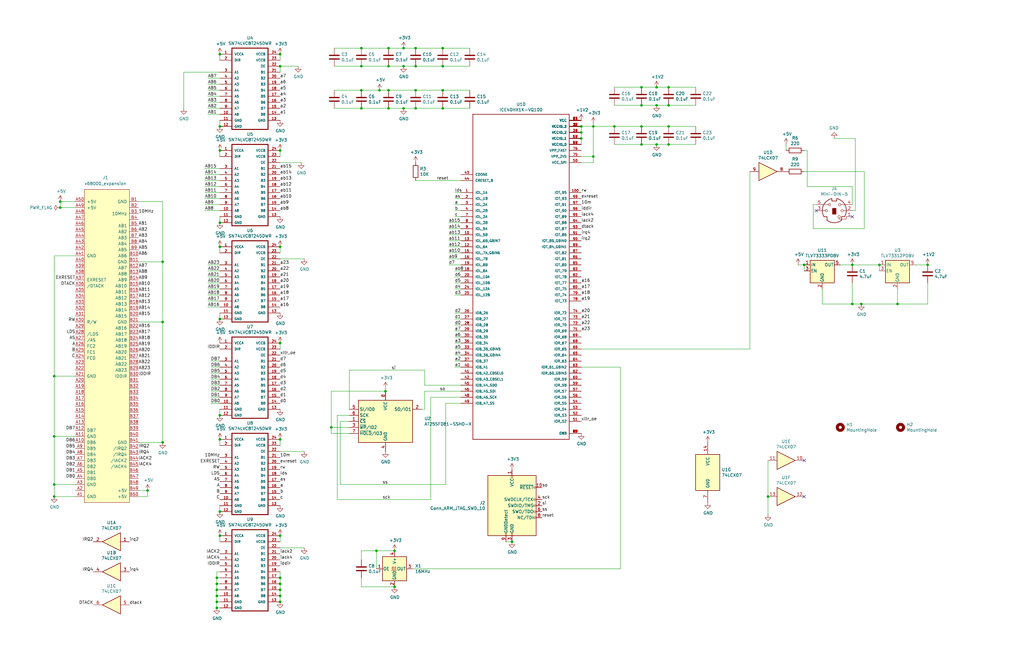
<source format=kicad_sch>
(kicad_sch (version 20211123) (generator eeschema)
  (paper "USLedger")
  (junction (at 281.94 36.83))
  (junction (at 160.02 38.1))
  (junction (at 175.26 27.94))
  (junction (at 186.69 45.72))
  (junction (at 323.85 209.55))
  (junction (at 270.51 60.96))
  (junction (at 163.83 38.1))
  (junction (at 91.44 254))
  (junction (at 91.44 251.46))
  (junction (at 186.69 27.94))
  (junction (at 118.11 254))
  (junction (at 175.26 38.1))
  (junction (at 22.86 158.75))
  (junction (at 92.71 93.98))
  (junction (at 270.51 53.34))
  (junction (at 91.44 256.54))
  (junction (at 163.83 27.94))
  (junction (at 163.83 45.72))
  (junction (at 22.86 184.15))
  (junction (at 22.86 204.47))
  (junction (at 118.11 27.94))
  (junction (at 25.4 85.09))
  (junction (at 276.86 36.83))
  (junction (at 91.44 248.92))
  (junction (at 250.19 66.04))
  (junction (at 250.19 53.34))
  (junction (at 22.86 209.55))
  (junction (at 170.18 45.72))
  (junction (at 186.69 20.32))
  (junction (at 163.83 20.32))
  (junction (at 62.23 207.01))
  (junction (at 245.11 58.42))
  (junction (at 186.69 38.1))
  (junction (at 245.11 53.34))
  (junction (at 270.51 36.83))
  (junction (at 370.84 111.76))
  (junction (at 68.58 110.49))
  (junction (at 118.11 246.38))
  (junction (at 152.4 27.94))
  (junction (at 118.11 251.46))
  (junction (at 391.16 111.76))
  (junction (at 175.26 45.72))
  (junction (at 170.18 27.94))
  (junction (at 363.22 128.27))
  (junction (at 170.18 20.32))
  (junction (at 339.09 111.76))
  (junction (at 92.71 226.06))
  (junction (at 175.26 20.32))
  (junction (at 152.4 20.32))
  (junction (at 91.44 246.38))
  (junction (at 281.94 44.45))
  (junction (at 68.58 135.89))
  (junction (at 166.37 247.65))
  (junction (at 152.4 45.72))
  (junction (at 118.11 185.42))
  (junction (at 139.7 180.34))
  (junction (at 118.11 226.06))
  (junction (at 259.08 53.34))
  (junction (at 166.37 232.41))
  (junction (at 281.94 60.96))
  (junction (at 118.11 63.5))
  (junction (at 378.46 128.27))
  (junction (at 276.86 60.96))
  (junction (at 158.75 232.41))
  (junction (at 245.11 55.88))
  (junction (at 25.4 87.63))
  (junction (at 118.11 22.86))
  (junction (at 92.71 104.14))
  (junction (at 92.71 175.26))
  (junction (at 281.94 53.34))
  (junction (at 92.71 63.5))
  (junction (at 118.11 243.84))
  (junction (at 92.71 134.62))
  (junction (at 215.9 228.6))
  (junction (at 118.11 144.78))
  (junction (at 92.71 185.42))
  (junction (at 92.71 215.9))
  (junction (at 118.11 248.92))
  (junction (at 270.51 44.45))
  (junction (at 162.56 165.1))
  (junction (at 152.4 38.1))
  (junction (at 91.44 243.84))
  (junction (at 359.41 128.27))
  (junction (at 92.71 22.86))
  (junction (at 118.11 104.14))
  (junction (at 359.41 111.76))
  (junction (at 276.86 44.45))
  (junction (at 68.58 186.69))
  (junction (at 92.71 53.34))
  (no_connect (at 339.09 194.31))
  (no_connect (at 339.09 209.55))
  (no_connect (at 359.41 91.44))
  (no_connect (at 344.17 88.9))
  (wire (pts (xy 31.75 87.63) (xy 25.4 87.63)))
  (wire (pts (xy 86.36 83.82) (xy 92.71 83.82)))
  (wire (pts (xy 194.31 139.7) (xy 191.77 139.7)))
  (wire (pts (xy 351.79 58.42) (xy 360.68 58.42)))
  (wire (pts (xy 359.41 78.74) (xy 359.41 86.36)))
  (wire (pts (xy 162.56 168.91) (xy 162.56 165.1)))
  (wire (pts (xy 245.11 53.34) (xy 250.19 53.34)))
  (wire (pts (xy 118.11 22.86) (xy 118.11 25.4)))
  (wire (pts (xy 125.73 27.94) (xy 118.11 27.94)))
  (wire (pts (xy 191.77 121.92) (xy 194.31 121.92)))
  (wire (pts (xy 281.94 53.34) (xy 293.37 53.34)))
  (wire (pts (xy 86.36 71.12) (xy 92.71 71.12)))
  (wire (pts (xy 118.11 68.58) (xy 127 68.58)))
  (wire (pts (xy 118.11 241.3) (xy 118.11 243.84)))
  (wire (pts (xy 87.63 119.38) (xy 92.71 119.38)))
  (wire (pts (xy 152.4 27.94) (xy 163.83 27.94)))
  (wire (pts (xy 194.31 149.86) (xy 191.77 149.86)))
  (wire (pts (xy 191.77 119.38) (xy 194.31 119.38)))
  (wire (pts (xy 189.23 96.52) (xy 194.31 96.52)))
  (wire (pts (xy 68.58 85.09) (xy 68.58 110.49)))
  (wire (pts (xy 140.97 45.72) (xy 152.4 45.72)))
  (wire (pts (xy 147.32 172.72) (xy 147.32 156.21)))
  (wire (pts (xy 92.71 25.4) (xy 92.71 22.86)))
  (wire (pts (xy 316.23 147.32) (xy 316.23 72.39)))
  (wire (pts (xy 191.77 132.08) (xy 194.31 132.08)))
  (wire (pts (xy 62.23 207.01) (xy 62.23 209.55)))
  (wire (pts (xy 250.19 66.04) (xy 250.19 53.34)))
  (wire (pts (xy 166.37 247.65) (xy 152.4 247.65)))
  (wire (pts (xy 186.69 27.94) (xy 198.12 27.94)))
  (wire (pts (xy 118.11 246.38) (xy 118.11 248.92)))
  (wire (pts (xy 189.23 101.6) (xy 194.31 101.6)))
  (wire (pts (xy 342.9 86.36) (xy 344.17 86.36)))
  (wire (pts (xy 163.83 45.72) (xy 170.18 45.72)))
  (wire (pts (xy 276.86 36.83) (xy 281.94 36.83)))
  (wire (pts (xy 22.86 184.15) (xy 22.86 158.75)))
  (wire (pts (xy 87.63 124.46) (xy 92.71 124.46)))
  (wire (pts (xy 191.77 124.46) (xy 194.31 124.46)))
  (wire (pts (xy 91.44 243.84) (xy 92.71 243.84)))
  (wire (pts (xy 191.77 152.4) (xy 194.31 152.4)))
  (wire (pts (xy 179.07 156.21) (xy 179.07 162.56)))
  (wire (pts (xy 187.96 204.47) (xy 187.96 170.18)))
  (wire (pts (xy 194.31 81.28) (xy 191.77 81.28)))
  (wire (pts (xy 378.46 121.92) (xy 378.46 128.27)))
  (wire (pts (xy 87.63 121.92) (xy 92.71 121.92)))
  (wire (pts (xy 147.32 175.26) (xy 142.24 175.26)))
  (wire (pts (xy 281.94 36.83) (xy 293.37 36.83)))
  (wire (pts (xy 323.85 209.55) (xy 323.85 217.17)))
  (wire (pts (xy 323.85 194.31) (xy 323.85 209.55)))
  (wire (pts (xy 191.77 88.9) (xy 194.31 88.9)))
  (wire (pts (xy 92.71 170.18) (xy 88.9 170.18)))
  (wire (pts (xy 245.11 53.34) (xy 245.11 55.88)))
  (wire (pts (xy 179.07 172.72) (xy 177.8 172.72)))
  (wire (pts (xy 342.9 96.52) (xy 364.49 96.52)))
  (wire (pts (xy 147.32 182.88) (xy 139.7 182.88)))
  (wire (pts (xy 92.71 48.26) (xy 87.63 48.26)))
  (wire (pts (xy 118.11 248.92) (xy 118.11 251.46)))
  (wire (pts (xy 281.94 44.45) (xy 293.37 44.45)))
  (wire (pts (xy 91.44 254) (xy 92.71 254)))
  (wire (pts (xy 91.44 251.46) (xy 91.44 254)))
  (wire (pts (xy 87.63 43.18) (xy 92.71 43.18)))
  (wire (pts (xy 181.61 210.82) (xy 181.61 167.64)))
  (wire (pts (xy 92.71 152.4) (xy 88.9 152.4)))
  (wire (pts (xy 118.11 63.5) (xy 118.11 66.04)))
  (wire (pts (xy 86.36 78.74) (xy 92.71 78.74)))
  (wire (pts (xy 22.86 158.75) (xy 31.75 158.75)))
  (wire (pts (xy 270.51 44.45) (xy 276.86 44.45)))
  (wire (pts (xy 259.08 36.83) (xy 270.51 36.83)))
  (wire (pts (xy 179.07 165.1) (xy 179.07 172.72)))
  (wire (pts (xy 152.4 45.72) (xy 163.83 45.72)))
  (wire (pts (xy 152.4 247.65) (xy 152.4 243.84)))
  (wire (pts (xy 58.42 207.01) (xy 62.23 207.01)))
  (wire (pts (xy 173.99 240.03) (xy 261.62 240.03)))
  (wire (pts (xy 250.19 53.34) (xy 250.19 52.07)))
  (wire (pts (xy 363.22 128.27) (xy 378.46 128.27)))
  (wire (pts (xy 118.11 243.84) (xy 118.11 246.38)))
  (wire (pts (xy 92.71 50.8) (xy 92.71 53.34)))
  (wire (pts (xy 31.75 209.55) (xy 22.86 209.55)))
  (wire (pts (xy 68.58 110.49) (xy 68.58 135.89)))
  (wire (pts (xy 22.86 107.95) (xy 31.75 107.95)))
  (wire (pts (xy 359.41 128.27) (xy 346.71 128.27)))
  (wire (pts (xy 186.69 38.1) (xy 198.12 38.1)))
  (wire (pts (xy 152.4 236.22) (xy 152.4 232.41)))
  (wire (pts (xy 91.44 248.92) (xy 91.44 251.46)))
  (wire (pts (xy 68.58 135.89) (xy 58.42 135.89)))
  (wire (pts (xy 118.11 144.78) (xy 118.11 147.32)))
  (wire (pts (xy 186.69 45.72) (xy 198.12 45.72)))
  (wire (pts (xy 370.84 114.3) (xy 370.84 111.76)))
  (wire (pts (xy 359.41 111.76) (xy 370.84 111.76)))
  (wire (pts (xy 245.11 58.42) (xy 245.11 60.96)))
  (wire (pts (xy 270.51 60.96) (xy 276.86 60.96)))
  (wire (pts (xy 191.77 114.3) (xy 194.31 114.3)))
  (wire (pts (xy 189.23 104.14) (xy 194.31 104.14)))
  (wire (pts (xy 87.63 35.56) (xy 92.71 35.56)))
  (wire (pts (xy 118.11 190.5) (xy 128.27 190.5)))
  (wire (pts (xy 187.96 170.18) (xy 194.31 170.18)))
  (wire (pts (xy 179.07 165.1) (xy 194.31 165.1)))
  (wire (pts (xy 194.31 154.94) (xy 191.77 154.94)))
  (wire (pts (xy 259.08 53.34) (xy 270.51 53.34)))
  (wire (pts (xy 118.11 226.06) (xy 118.11 228.6)))
  (wire (pts (xy 91.44 248.92) (xy 92.71 248.92)))
  (wire (pts (xy 147.32 156.21) (xy 179.07 156.21)))
  (wire (pts (xy 92.71 162.56) (xy 88.9 162.56)))
  (wire (pts (xy 331.47 60.96) (xy 331.47 63.5)))
  (wire (pts (xy 142.24 210.82) (xy 181.61 210.82)))
  (wire (pts (xy 189.23 99.06) (xy 194.31 99.06)))
  (wire (pts (xy 118.11 251.46) (xy 118.11 254)))
  (wire (pts (xy 25.4 85.09) (xy 31.75 85.09)))
  (wire (pts (xy 143.51 204.47) (xy 187.96 204.47)))
  (wire (pts (xy 175.26 38.1) (xy 186.69 38.1)))
  (wire (pts (xy 22.86 204.47) (xy 31.75 204.47)))
  (wire (pts (xy 386.08 111.76) (xy 391.16 111.76)))
  (wire (pts (xy 118.11 185.42) (xy 118.11 187.96)))
  (wire (pts (xy 92.71 132.08) (xy 92.71 134.62)))
  (wire (pts (xy 276.86 60.96) (xy 281.94 60.96)))
  (wire (pts (xy 142.24 175.26) (xy 142.24 210.82)))
  (wire (pts (xy 92.71 167.64) (xy 88.9 167.64)))
  (wire (pts (xy 118.11 104.14) (xy 118.11 106.68)))
  (wire (pts (xy 175.26 27.94) (xy 186.69 27.94)))
  (wire (pts (xy 191.77 91.44) (xy 194.31 91.44)))
  (wire (pts (xy 194.31 106.68) (xy 189.23 106.68)))
  (wire (pts (xy 139.7 182.88) (xy 139.7 180.34)))
  (wire (pts (xy 87.63 40.64) (xy 92.71 40.64)))
  (wire (pts (xy 191.77 116.84) (xy 194.31 116.84)))
  (wire (pts (xy 147.32 177.8) (xy 143.51 177.8)))
  (wire (pts (xy 87.63 111.76) (xy 92.71 111.76)))
  (wire (pts (xy 160.02 38.1) (xy 163.83 38.1)))
  (wire (pts (xy 162.56 165.1) (xy 139.7 165.1)))
  (wire (pts (xy 87.63 127) (xy 92.71 127)))
  (wire (pts (xy 170.18 20.32) (xy 175.26 20.32)))
  (wire (pts (xy 245.11 55.88) (xy 245.11 58.42)))
  (wire (pts (xy 281.94 60.96) (xy 293.37 60.96)))
  (wire (pts (xy 340.36 63.5) (xy 340.36 78.74)))
  (wire (pts (xy 339.09 72.39) (xy 364.49 72.39)))
  (wire (pts (xy 261.62 240.03) (xy 261.62 154.94)))
  (wire (pts (xy 91.44 246.38) (xy 91.44 248.92)))
  (wire (pts (xy 140.97 20.32) (xy 152.4 20.32)))
  (wire (pts (xy 91.44 254) (xy 91.44 256.54)))
  (wire (pts (xy 194.31 111.76) (xy 189.23 111.76)))
  (wire (pts (xy 270.51 53.34) (xy 281.94 53.34)))
  (wire (pts (xy 92.71 187.96) (xy 92.71 185.42)))
  (wire (pts (xy 88.9 157.48) (xy 92.71 157.48)))
  (wire (pts (xy 245.11 66.04) (xy 250.19 66.04)))
  (wire (pts (xy 87.63 38.1) (xy 92.71 38.1)))
  (wire (pts (xy 92.71 241.3) (xy 91.44 241.3)))
  (wire (pts (xy 92.71 213.36) (xy 92.71 215.9)))
  (wire (pts (xy 170.18 27.94) (xy 175.26 27.94)))
  (wire (pts (xy 86.36 76.2) (xy 92.71 76.2)))
  (wire (pts (xy 276.86 44.45) (xy 281.94 44.45)))
  (wire (pts (xy 58.42 85.09) (xy 68.58 85.09)))
  (wire (pts (xy 163.83 38.1) (xy 175.26 38.1)))
  (wire (pts (xy 22.86 209.55) (xy 22.86 204.47)))
  (wire (pts (xy 91.44 246.38) (xy 92.71 246.38)))
  (wire (pts (xy 213.36 228.6) (xy 215.9 228.6)))
  (wire (pts (xy 342.9 96.52) (xy 342.9 86.36)))
  (wire (pts (xy 261.62 154.94) (xy 245.11 154.94)))
  (wire (pts (xy 92.71 66.04) (xy 92.71 63.5)))
  (wire (pts (xy 158.75 240.03) (xy 158.75 232.41)))
  (wire (pts (xy 359.41 119.38) (xy 359.41 128.27)))
  (wire (pts (xy 86.36 73.66) (xy 92.71 73.66)))
  (wire (pts (xy 364.49 72.39) (xy 364.49 96.52)))
  (wire (pts (xy 340.36 78.74) (xy 359.41 78.74)))
  (wire (pts (xy 86.36 88.9) (xy 92.71 88.9)))
  (wire (pts (xy 86.36 86.36) (xy 92.71 86.36)))
  (wire (pts (xy 170.18 45.72) (xy 175.26 45.72)))
  (wire (pts (xy 191.77 137.16) (xy 194.31 137.16)))
  (wire (pts (xy 152.4 20.32) (xy 163.83 20.32)))
  (wire (pts (xy 250.19 68.58) (xy 250.19 66.04)))
  (wire (pts (xy 189.23 109.22) (xy 194.31 109.22)))
  (wire (pts (xy 158.75 232.41) (xy 166.37 232.41)))
  (wire (pts (xy 87.63 129.54) (xy 92.71 129.54)))
  (wire (pts (xy 92.71 172.72) (xy 92.71 175.26)))
  (wire (pts (xy 162.56 163.83) (xy 162.56 165.1)))
  (wire (pts (xy 360.68 88.9) (xy 360.68 58.42)))
  (wire (pts (xy 191.77 147.32) (xy 194.31 147.32)))
  (wire (pts (xy 245.11 68.58) (xy 250.19 68.58)))
  (wire (pts (xy 86.36 81.28) (xy 92.71 81.28)))
  (wire (pts (xy 62.23 209.55) (xy 58.42 209.55)))
  (wire (pts (xy 191.77 142.24) (xy 194.31 142.24)))
  (wire (pts (xy 363.22 128.27) (xy 359.41 128.27)))
  (wire (pts (xy 118.11 30.48) (xy 118.11 27.94)))
  (wire (pts (xy 58.42 186.69) (xy 68.58 186.69)))
  (wire (pts (xy 152.4 232.41) (xy 158.75 232.41)))
  (wire (pts (xy 181.61 167.64) (xy 194.31 167.64)))
  (wire (pts (xy 175.26 45.72) (xy 186.69 45.72)))
  (wire (pts (xy 22.86 184.15) (xy 31.75 184.15)))
  (wire (pts (xy 92.71 106.68) (xy 92.71 104.14)))
  (wire (pts (xy 336.55 111.76) (xy 339.09 111.76)))
  (wire (pts (xy 378.46 128.27) (xy 391.16 128.27)))
  (wire (pts (xy 92.71 154.94) (xy 88.9 154.94)))
  (wire (pts (xy 245.11 147.32) (xy 316.23 147.32)))
  (wire (pts (xy 354.33 111.76) (xy 359.41 111.76)))
  (wire (pts (xy 87.63 33.02) (xy 92.71 33.02)))
  (wire (pts (xy 91.44 256.54) (xy 92.71 256.54)))
  (wire (pts (xy 339.09 63.5) (xy 340.36 63.5)))
  (wire (pts (xy 25.4 87.63) (xy 25.4 85.09)))
  (wire (pts (xy 87.63 45.72) (xy 92.71 45.72)))
  (wire (pts (xy 179.07 162.56) (xy 194.31 162.56)))
  (wire (pts (xy 91.44 243.84) (xy 91.44 246.38)))
  (wire (pts (xy 175.26 20.32) (xy 186.69 20.32)))
  (wire (pts (xy 91.44 241.3) (xy 91.44 243.84)))
  (wire (pts (xy 92.71 91.44) (xy 92.71 93.98)))
  (wire (pts (xy 191.77 86.36) (xy 194.31 86.36)))
  (wire (pts (xy 259.08 44.45) (xy 270.51 44.45)))
  (wire (pts (xy 140.97 27.94) (xy 152.4 27.94)))
  (wire (pts (xy 68.58 110.49) (xy 58.42 110.49)))
  (wire (pts (xy 92.71 165.1) (xy 88.9 165.1)))
  (wire (pts (xy 139.7 180.34) (xy 147.32 180.34)))
  (wire (pts (xy 87.63 116.84) (xy 92.71 116.84)))
  (wire (pts (xy 77.47 30.48) (xy 92.71 30.48)))
  (wire (pts (xy 163.83 27.94) (xy 170.18 27.94)))
  (wire (pts (xy 194.31 76.2) (xy 175.26 76.2)))
  (wire (pts (xy 163.83 20.32) (xy 170.18 20.32)))
  (wire (pts (xy 143.51 177.8) (xy 143.51 204.47)))
  (wire (pts (xy 189.23 93.98) (xy 194.31 93.98)))
  (wire (pts (xy 22.86 158.75) (xy 22.86 107.95)))
  (wire (pts (xy 92.71 160.02) (xy 88.9 160.02)))
  (wire (pts (xy 118.11 109.22) (xy 128.27 109.22)))
  (wire (pts (xy 194.31 83.82) (xy 191.77 83.82)))
  (wire (pts (xy 118.11 231.14) (xy 128.27 231.14)))
  (wire (pts (xy 91.44 251.46) (xy 92.71 251.46)))
  (wire (pts (xy 346.71 128.27) (xy 346.71 121.92)))
  (wire (pts (xy 194.31 144.78) (xy 191.77 144.78)))
  (wire (pts (xy 152.4 38.1) (xy 160.02 38.1)))
  (wire (pts (xy 22.86 204.47) (xy 22.86 184.15)))
  (wire (pts (xy 391.16 119.38) (xy 391.16 128.27)))
  (wire (pts (xy 359.41 88.9) (xy 360.68 88.9)))
  (wire (pts (xy 259.08 60.96) (xy 270.51 60.96)))
  (wire (pts (xy 250.19 53.34) (xy 259.08 53.34)))
  (wire (pts (xy 186.69 20.32) (xy 198.12 20.32)))
  (wire (pts (xy 194.31 134.62) (xy 191.77 134.62)))
  (wire (pts (xy 139.7 165.1) (xy 139.7 180.34)))
  (wire (pts (xy 87.63 114.3) (xy 92.71 114.3)))
  (wire (pts (xy 270.51 36.83) (xy 276.86 36.83)))
  (wire (pts (xy 77.47 45.72) (xy 77.47 30.48)))
  (wire (pts (xy 140.97 38.1) (xy 152.4 38.1)))
  (wire (pts (xy 92.71 228.6) (xy 92.71 226.06)))
  (wire (pts (xy 68.58 186.69) (xy 68.58 135.89)))
  (wire (pts (xy 339.09 114.3) (xy 339.09 111.76)))
  (label "EXRESET" (at 31.75 118.11 180))
  (label "AB18" (at 87.63 124.46 0))
  (label "a20" (at 118.11 119.38 0))
  (label "irq4" (at 245.11 99.06 0))
  (label "IRQ4" (at 39.37 241.3 180))
  (label "IRQ2" (at 39.37 228.6 180))
  (label "AB20" (at 58.42 148.59 0))
  (label "DB3" (at 88.9 162.56 0))
  (label "A" (at 31.75 146.05 180))
  (label "IDDIR" (at 58.42 158.75 0))
  (label "reset" (at 184.15 76.2 0))
  (label "AB2" (at 58.42 97.79 0))
  (label "DB4" (at 31.75 191.77 180))
  (label "AB12" (at 58.42 125.73 0))
  (label "B" (at 31.75 148.59 180))
  (label "AB19" (at 58.42 146.05 0))
  (label "a17" (at 245.11 121.92 0))
  (label "IDDIR" (at 92.71 238.76 180))
  (label "b" (at 118.11 208.28 0))
  (label "AB4" (at 58.42 102.87 0))
  (label "DB0" (at 88.9 170.18 0))
  (label "AB11" (at 58.42 123.19 0))
  (label "iddir" (at 245.11 88.9 0))
  (label "a23" (at 245.11 139.7 0))
  (label "AB5" (at 87.63 38.1 0))
  (label "d7" (at 118.11 152.4 0))
  (label "ss" (at 228.6 215.9 0))
  (label "lds" (at 118.11 200.66 0))
  (label "AS" (at 31.75 143.51 180))
  (label "ab13" (at 118.11 76.2 0))
  (label "AB16" (at 58.42 138.43 0))
  (label "iddir" (at 118.11 238.76 0))
  (label "a" (at 118.11 205.74 0))
  (label "so" (at 185.42 165.1 0))
  (label "AB3" (at 87.63 43.18 0))
  (label "a16" (at 245.11 119.38 0))
  (label "a23" (at 118.11 111.76 0))
  (label "AB11" (at 86.36 81.28 0))
  (label "AB18" (at 58.42 143.51 0))
  (label "a21" (at 245.11 134.62 0))
  (label "si" (at 228.6 213.36 0))
  (label "DB2" (at 88.9 165.1 0))
  (label "AB23" (at 58.42 156.21 0))
  (label "AB19" (at 87.63 121.92 0))
  (label "AB15" (at 86.36 71.12 0))
  (label "a19" (at 245.11 127 0))
  (label "10MHz" (at 58.42 90.17 0))
  (label "10m" (at 245.11 86.36 0))
  (label "ab9" (at 189.23 109.22 0))
  (label "AB3" (at 58.42 100.33 0))
  (label "AB14" (at 86.36 73.66 0))
  (label "d7" (at 189.23 111.76 0))
  (label "DB7" (at 88.9 152.4 0))
  (label "exreset" (at 245.11 83.82 0))
  (label "LDS" (at 92.71 200.66 180))
  (label "DB2" (at 31.75 196.85 180))
  (label "IACK2" (at 58.42 194.31 0))
  (label "b" (at 191.77 88.9 0))
  (label "ab12" (at 189.23 104.14 0))
  (label "ab14" (at 189.23 96.52 0))
  (label "a17" (at 118.11 127 0))
  (label "AB13" (at 86.36 76.2 0))
  (label "AB14" (at 58.42 130.81 0))
  (label "AB8" (at 58.42 115.57 0))
  (label "LDS" (at 31.75 140.97 180))
  (label "a7" (at 191.77 139.7 0))
  (label "DB6" (at 31.75 186.69 180))
  (label "a4" (at 118.11 40.64 0))
  (label "lds" (at 191.77 81.28 0))
  (label "d6" (at 191.77 116.84 0))
  (label "a4" (at 191.77 149.86 0))
  (label "AB4" (at 87.63 40.64 0))
  (label "a19" (at 118.11 121.92 0))
  (label "RW" (at 31.75 135.89 180))
  (label "a7" (at 118.11 33.02 0))
  (label "irq2" (at 245.11 101.6 0))
  (label "ab10" (at 189.23 106.68 0))
  (label "d3" (at 118.11 162.56 0))
  (label "ab15" (at 118.11 71.12 0))
  (label "AB13" (at 58.42 128.27 0))
  (label "a" (at 191.77 86.36 0))
  (label "a2" (at 191.77 152.4 0))
  (label "iack2" (at 245.11 93.98 0))
  (label "ab15" (at 189.23 93.98 0))
  (label "irq4" (at 54.61 241.3 0))
  (label "dtack" (at 245.11 96.52 0))
  (label "c" (at 191.77 91.44 0))
  (label "IDDIR" (at 92.71 147.32 180))
  (label "d4" (at 118.11 160.02 0))
  (label "AB21" (at 87.63 116.84 0))
  (label "AB1" (at 87.63 48.26 0))
  (label "DB0" (at 31.75 201.93 180))
  (label "d0" (at 118.11 170.18 0))
  (label "DB5" (at 31.75 189.23 180))
  (label "AB1" (at 58.42 95.25 0))
  (label "ab8" (at 118.11 88.9 0))
  (label "AB9" (at 58.42 118.11 0))
  (label "ab12" (at 118.11 78.74 0))
  (label "d4" (at 191.77 121.92 0))
  (label "AB23" (at 87.63 111.76 0))
  (label "ab10" (at 118.11 83.82 0))
  (label "a3" (at 191.77 144.78 0))
  (label "a6" (at 118.11 35.56 0))
  (label "AB10" (at 86.36 83.82 0))
  (label "C" (at 31.75 151.13 180))
  (label "reset" (at 228.6 218.44 0))
  (label "ab9" (at 118.11 86.36 0))
  (label "AB16" (at 87.63 129.54 0))
  (label "xltr_oe" (at 245.11 177.8 0))
  (label "AB12" (at 86.36 78.74 0))
  (label "rw" (at 118.11 198.12 0))
  (label "a21" (at 118.11 116.84 0))
  (label "d3" (at 191.77 124.46 0))
  (label "ab11" (at 189.23 101.6 0))
  (label "DB6" (at 88.9 154.94 0))
  (label "sck" (at 228.6 210.82 0))
  (label "a18" (at 118.11 124.46 0))
  (label "10MHz" (at 92.71 193.04 180))
  (label "iack2" (at 118.11 233.68 0))
  (label "10m" (at 118.11 193.04 0))
  (label "as" (at 191.77 83.82 0))
  (label "iack4" (at 118.11 236.22 0))
  (label "IRQ2" (at 58.42 189.23 0))
  (label "IRQ4" (at 58.42 191.77 0))
  (label "a1" (at 191.77 154.94 0))
  (label "DTACK" (at 39.37 255.27 180))
  (label "IACK2" (at 92.71 233.68 180))
  (label "DB4" (at 88.9 160.02 0))
  (label "DB5" (at 88.9 157.48 0))
  (label "a2" (at 118.11 45.72 0))
  (label "xltr_oe" (at 118.11 149.86 0))
  (label "d5" (at 118.11 157.48 0))
  (label "exreset" (at 118.11 195.58 0))
  (label "irq2" (at 54.61 228.6 0))
  (label "AB22" (at 87.63 114.3 0))
  (label "ab14" (at 118.11 73.66 0))
  (label "a16" (at 118.11 129.54 0))
  (label "AB15" (at 58.42 133.35 0))
  (label "a6" (at 191.77 142.24 0))
  (label "DB1" (at 88.9 167.64 0))
  (label "AB6" (at 58.42 107.95 0))
  (label "DTACK" (at 31.75 120.65 180))
  (label "d2" (at 118.11 165.1 0))
  (label "AB9" (at 86.36 86.36 0))
  (label "B" (at 92.71 208.28 180))
  (label "AB5" (at 58.42 105.41 0))
  (label "d1" (at 118.11 167.64 0))
  (label "AB8" (at 86.36 88.9 0))
  (label "DB7" (at 31.75 181.61 180))
  (label "DB3" (at 31.75 194.31 180))
  (label "si" (at 165.1 156.21 0))
  (label "RW" (at 92.71 198.12 180))
  (label "d2" (at 191.77 132.08 0))
  (label "iack4" (at 245.11 91.44 0))
  (label "C" (at 92.71 210.82 180))
  (label "c" (at 118.11 210.82 0))
  (label "AB22" (at 58.42 153.67 0))
  (label "AB17" (at 87.63 127 0))
  (label "IACK4" (at 92.71 236.22 180))
  (label "AB17" (at 58.42 140.97 0))
  (label "dtack" (at 54.61 255.27 0))
  (label "a5" (at 118.11 38.1 0))
  (label "AB7" (at 87.63 33.02 0))
  (label "a5" (at 191.77 147.32 0))
  (label "AB6" (at 87.63 35.56 0))
  (label "d0" (at 191.77 137.16 0))
  (label "ss" (at 161.29 204.47 0))
  (label "a22" (at 118.11 114.3 0))
  (label "a18" (at 245.11 124.46 0))
  (label "d5" (at 191.77 119.38 0))
  (label "AS" (at 92.71 203.2 180))
  (label "a22" (at 245.11 137.16 0))
  (label "sck" (at 161.29 210.82 0))
  (label "so" (at 228.6 205.74 0))
  (label "ab8" (at 191.77 114.3 0))
  (label "ab13" (at 189.23 99.06 0))
  (label "EXRESET" (at 92.71 195.58 180))
  (label "a20" (at 245.11 132.08 0))
  (label "AB21" (at 58.42 151.13 0))
  (label "d1" (at 191.77 134.62 0))
  (label "rw" (at 245.11 81.28 0))
  (label "as" (at 118.11 203.2 0))
  (label "AB2" (at 87.63 45.72 0))
  (label "a3" (at 118.11 43.18 0))
  (label "IACK4" (at 58.42 196.85 0))
  (label "A" (at 92.71 205.74 180))
  (label "ab11" (at 118.11 81.28 0))
  (label "AB10" (at 58.42 120.65 0))
  (label "d6" (at 118.11 154.94 0))
  (label "a1" (at 118.11 48.26 0))
  (label "DB1" (at 31.75 199.39 180))
  (label "AB20" (at 87.63 119.38 0))
  (label "AB7" (at 58.42 113.03 0))
  (symbol (lib_id "midiori-rescue:x68000_expansion-x68k-midiori-rescue-midiori-rescue") (at 54.61 -26.67 0) (unit 1)
    (property "Reference" "J1" (at 44.45 74.93 0))
    (property "Value" "x68000_expansion" (at 44.45 77.47 0))
    (property "Footprint" "x68k:x68000_expansion" (effects hide))
  )
  (symbol (lib_id "power:+5V") (at 62.23 207.01 0) (unit 1)
    (property "Reference" "#PWR0101" (effects hide))
    (property "Value" "+5V" (at 62.611 202.6158 0))
  )
  (symbol (lib_id "power:+5V") (at 25.4 85.09 0) (unit 1)
    (property "Reference" "#PWR0102" (effects hide))
    (property "Value" "+5V" (at 25.781 80.6958 0))
  )
  (symbol (lib_id "power:GND") (at 68.58 186.69 0) (unit 1)
    (property "Reference" "#PWR0103" (effects hide))
    (property "Value" "GND" (at 68.707 191.0842 0))
  )
  (symbol (lib_id "power:GND") (at 22.86 209.55 0) (unit 1)
    (property "Reference" "#PWR0104" (effects hide))
    (property "Value" "GND" (at 22.987 213.9442 0))
  )
  (symbol (lib_id "midiori-rescue:SG5032CAN-x68k-midiori-rescue-midiori-rescue") (at 166.37 240.03 0) (unit 1)
    (property "Reference" "X1" (at 175.0314 238.8616 0) (effects (justify left)))
    (property "Value" "16MHz" (at 175.0314 241.173 0) (effects (justify left)))
    (property "Footprint" "Oscillator:Oscillator_SMD_SeikoEpson_SG8002CA-4Pin_7.0x5.0mm" (effects hide))
    (property "Datasheet" "http://cdn-reichelt.de/documents/datenblatt/B400/OSZI.pdf" (effects hide))
    (property "LCSC Part" "C386990" (effects hide))
  )
  (symbol (lib_id "power:GND") (at 166.37 247.65 0) (unit 1)
    (property "Reference" "#PWR0122" (effects hide))
    (property "Value" "GND" (at 166.497 252.0442 0))
  )
  (symbol (lib_id "power:GND") (at 351.79 58.42 180) (unit 1)
    (property "Reference" "#PWR0125" (effects hide))
    (property "Value" "GND" (at 351.663 54.0258 0))
  )
  (symbol (lib_id "Device:R") (at 335.28 63.5 90) (unit 1)
    (property "Reference" "R6" (at 335.28 58.2422 90))
    (property "Value" "220" (at 335.28 60.5536 90))
    (property "Footprint" "Resistor_SMD:R_0805_2012Metric_Pad1.15x1.40mm_HandSolder" (effects hide))
    (property "LCSC Part" "C17557" (effects hide))
  )
  (symbol (lib_id "power:+5V") (at 331.47 60.96 0) (unit 1)
    (property "Reference" "#PWR0128" (effects hide))
    (property "Value" "+5V" (at 331.851 56.5658 0))
  )
  (symbol (lib_id "Device:R") (at 335.28 72.39 270) (unit 1)
    (property "Reference" "R9" (at 335.28 67.1322 90))
    (property "Value" "220" (at 335.28 69.4436 90))
    (property "Footprint" "Resistor_SMD:R_0805_2012Metric_Pad1.15x1.40mm_HandSolder" (effects hide))
    (property "LCSC Part" "C17557" (effects hide))
  )
  (symbol (lib_id "Device:C") (at 152.4 240.03 0) (unit 1)
    (property "Reference" "C8" (at 155.321 238.8616 0) (effects (justify left)))
    (property "Value" "0.1uF" (at 155.321 241.173 0) (effects (justify left)))
    (property "Footprint" "Capacitor_SMD:C_0805_2012Metric" (effects hide))
    (property "LCSC Part" "C49678" (effects hide))
  )
  (symbol (lib_id "midiori-rescue:SN74LVC8T245DWR-SN74LVC8T245DWR-midiori-rescue-midiori-rescue") (at 115.57 40.64 0) (unit 1)
    (property "Reference" "U4" (at 105.41 16.002 0))
    (property "Value" "SN74LVC8T245DWR" (at 105.41 18.3134 0))
    (property "Footprint" "Package_SO:SOIC-24W_7.5x15.4mm_P1.27mm" (effects hide))
    (property "Field4" "Texas Instruments" (effects hide))
    (property "Field5" "Good" (effects hide))
    (property "Field6" "0.61 USD" (effects hide))
    (property "Field7" "SN74LVC8T245DWR" (effects hide))
    (property "Field8" "8-Bit Dual-Supply Bus Transceiver with Configurable Voltage Translation and Three-State Outputs 24-SOIC -40 to 85" (effects hide))
    (property "LCSC Part" "C2677350" (effects hide))
  )
  (symbol (lib_id "midiori-rescue:SN74LVC8T245DWR-SN74LVC8T245DWR-midiori-rescue-midiori-rescue") (at 115.57 81.28 0) (unit 1)
    (property "Reference" "U5" (at 105.41 56.642 0))
    (property "Value" "SN74LVC8T245DWR" (at 105.41 58.9534 0))
    (property "Footprint" "Package_SO:SOIC-24W_7.5x15.4mm_P1.27mm" (effects hide))
    (property "Field4" "Texas Instruments" (effects hide))
    (property "Field5" "Good" (effects hide))
    (property "Field6" "0.61 USD" (effects hide))
    (property "Field7" "SN74LVC8T245DWR" (effects hide))
    (property "Field8" "8-Bit Dual-Supply Bus Transceiver with Configurable Voltage Translation and Three-State Outputs 24-SOIC -40 to 85" (effects hide))
    (property "LCSC Part" "C2677350" (effects hide))
  )
  (symbol (lib_id "midiori-rescue:SN74LVC8T245DWR-SN74LVC8T245DWR-midiori-rescue-midiori-rescue") (at 115.57 121.92 0) (unit 1)
    (property "Reference" "U6" (at 105.41 97.282 0))
    (property "Value" "SN74LVC8T245DWR" (at 105.41 99.5934 0))
    (property "Footprint" "Package_SO:SOIC-24W_7.5x15.4mm_P1.27mm" (effects hide))
    (property "Field4" "Texas Instruments" (effects hide))
    (property "Field5" "Good" (effects hide))
    (property "Field6" "0.61 USD" (effects hide))
    (property "Field7" "SN74LVC8T245DWR" (effects hide))
    (property "Field8" "8-Bit Dual-Supply Bus Transceiver with Configurable Voltage Translation and Three-State Outputs 24-SOIC -40 to 85" (effects hide))
    (property "LCSC Part" "C2677350" (effects hide))
  )
  (symbol (lib_id "midiori-rescue:SN74LVC8T245DWR-SN74LVC8T245DWR-midiori-rescue-midiori-rescue") (at 115.57 162.56 0) (unit 1)
    (property "Reference" "U7" (at 105.41 137.922 0))
    (property "Value" "SN74LVC8T245DWR" (at 105.41 140.2334 0))
    (property "Footprint" "Package_SO:SOIC-24W_7.5x15.4mm_P1.27mm" (effects hide))
    (property "Field4" "Texas Instruments" (effects hide))
    (property "Field5" "Good" (effects hide))
    (property "Field6" "0.61 USD" (effects hide))
    (property "Field7" "SN74LVC8T245DWR" (effects hide))
    (property "Field8" "8-Bit Dual-Supply Bus Transceiver with Configurable Voltage Translation and Three-State Outputs 24-SOIC -40 to 85" (effects hide))
    (property "LCSC Part" "C2677350" (effects hide))
  )
  (symbol (lib_id "74xx:74LCX07") (at 46.99 228.6 180) (unit 1)
    (property "Reference" "U1" (at 46.99 220.5482 0))
    (property "Value" "74LCX07" (at 46.99 222.8596 0))
    (property "Footprint" "Package_SO:TSSOP-14_4.4x5mm_P0.65mm" (effects hide))
    (property "Datasheet" "www.st.com/resource/en/datasheet/74lcx07.pdf" (effects hide))
    (property "LCSC Part" "C6006" (effects hide))
  )
  (symbol (lib_id "midiori-rescue:SN74LVC8T245DWR-SN74LVC8T245DWR-midiori-rescue-midiori-rescue") (at 115.57 203.2 0) (unit 1)
    (property "Reference" "U8" (at 105.41 178.562 0))
    (property "Value" "SN74LVC8T245DWR" (at 105.41 180.8734 0))
    (property "Footprint" "Package_SO:SOIC-24W_7.5x15.4mm_P1.27mm" (effects hide))
    (property "Field4" "Texas Instruments" (effects hide))
    (property "Field5" "Good" (effects hide))
    (property "Field6" "0.61 USD" (effects hide))
    (property "Field7" "SN74LVC8T245DWR" (effects hide))
    (property "Field8" "8-Bit Dual-Supply Bus Transceiver with Configurable Voltage Translation and Three-State Outputs 24-SOIC -40 to 85" (effects hide))
    (property "LCSC Part" "C2677350" (effects hide))
  )
  (symbol (lib_id "midiori-rescue:SN74LVC8T245DWR-SN74LVC8T245DWR-midiori-rescue-midiori-rescue") (at 115.57 243.84 0) (unit 1)
    (property "Reference" "U9" (at 105.41 219.202 0))
    (property "Value" "SN74LVC8T245DWR" (at 105.41 221.5134 0))
    (property "Footprint" "Package_SO:SOIC-24W_7.5x15.4mm_P1.27mm" (effects hide))
    (property "Field4" "Texas Instruments" (effects hide))
    (property "Field5" "Good" (effects hide))
    (property "Field6" "0.61 USD" (effects hide))
    (property "Field7" "SN74LVC8T245DWR" (effects hide))
    (property "Field8" "8-Bit Dual-Supply Bus Transceiver with Configurable Voltage Translation and Three-State Outputs 24-SOIC -40 to 85" (effects hide))
    (property "LCSC Part" "C2677350" (effects hide))
  )
  (symbol (lib_id "midiori-rescue:ICE40HX1K-VQ100-ICE40HX1K-VQ100-midiori-rescue-midiori-rescue") (at 219.71 116.84 0) (unit 1)
    (property "Reference" "U10" (at 219.71 44.0182 0))
    (property "Value" "ICE40HX1K-VQ100" (at 219.71 46.3296 0))
    (property "Footprint" "ICE40HX1K-VQ100:QFP50P1600X1600X120-100N" (effects hide))
    (property "Field4" "Warning" (effects hide))
    (property "Field5" "HX Series 1280 LUTs 95 I/O 64 kBit RAM 1.2 V Surface Mount FPGA - VQFP-100" (effects hide))
    (property "Field6" "3.77 USD" (effects hide))
    (property "Field7" "TQFP-100 Lattice Semiconductor" (effects hide))
    (property "Field8" "ICE40HX1K-VQ100" (effects hide))
    (property "LCSC Part" "C1519043" (effects hide))
  )
  (symbol (lib_id "74xx:74LCX07") (at 46.99 241.3 180) (unit 2)
    (property "Reference" "U1" (at 46.99 233.2482 0))
    (property "Value" "74LCX07" (at 46.99 235.5596 0))
    (property "Footprint" "Package_SO:TSSOP-14_4.4x5mm_P0.65mm" (effects hide))
    (property "Datasheet" "www.st.com/resource/en/datasheet/74lcx07.pdf" (effects hide))
    (property "LCSC Part" "C6006" (effects hide))
  )
  (symbol (lib_id "74xx:74LCX07") (at 46.99 255.27 180) (unit 3)
    (property "Reference" "U1" (at 46.99 247.2182 0))
    (property "Value" "74LCX07" (at 46.99 249.5296 0))
    (property "Footprint" "Package_SO:TSSOP-14_4.4x5mm_P0.65mm" (effects hide))
    (property "Datasheet" "www.st.com/resource/en/datasheet/74lcx07.pdf" (effects hide))
    (property "LCSC Part" "C6006" (effects hide))
  )
  (symbol (lib_id "74xx:74LCX07") (at 323.85 72.39 0) (unit 4)
    (property "Reference" "U1" (at 323.85 64.3382 0))
    (property "Value" "74LCX07" (at 323.85 66.6496 0))
    (property "Footprint" "Package_SO:TSSOP-14_4.4x5mm_P0.65mm" (effects hide))
    (property "Datasheet" "www.st.com/resource/en/datasheet/74lcx07.pdf" (effects hide))
    (property "LCSC Part" "C6006" (effects hide))
  )
  (symbol (lib_id "Mechanical:MountingHole") (at 354.33 180.34 0) (unit 1)
    (property "Reference" "H1" (at 356.87 179.1716 0) (effects (justify left)))
    (property "Value" "MountingHole" (at 356.87 181.483 0) (effects (justify left)))
    (property "Footprint" "MountingHole:MountingHole_3.2mm_M3_Pad" (effects hide))
  )
  (symbol (lib_id "Mechanical:MountingHole") (at 379.73 180.34 0) (unit 1)
    (property "Reference" "H2" (at 382.27 179.1716 0) (effects (justify left)))
    (property "Value" "MountingHole" (at 382.27 181.483 0) (effects (justify left)))
    (property "Footprint" "MountingHole:MountingHole_3.2mm_M3_Pad" (effects hide))
  )
  (symbol (lib_id "power:GND") (at 245.11 182.88 0) (unit 1)
    (property "Reference" "#PWR0105" (effects hide))
    (property "Value" "GND" (at 245.237 187.2742 0))
  )
  (symbol (lib_id "power:GND") (at 363.22 128.27 0) (unit 1)
    (property "Reference" "#PWR0151" (effects hide))
    (property "Value" "GND" (at 363.347 132.6642 0))
  )
  (symbol (lib_id "power:+1V2") (at 245.11 50.8 0) (unit 1)
    (property "Reference" "#PWR0106" (effects hide))
    (property "Value" "+1V2" (at 245.491 46.4058 0))
  )
  (symbol (lib_id "power:+3V3") (at 250.19 52.07 0) (unit 1)
    (property "Reference" "#PWR0107" (effects hide))
    (property "Value" "+3V3" (at 250.571 47.6758 0))
  )
  (symbol (lib_id "Device:C") (at 359.41 115.57 0) (unit 1)
    (property "Reference" "C1" (at 362.331 114.4016 0) (effects (justify left)))
    (property "Value" "4.7uF" (at 362.331 116.713 0) (effects (justify left)))
    (property "Footprint" "Capacitor_SMD:C_0805_2012Metric" (effects hide))
    (property "LCSC Part" "C1779" (effects hide))
  )
  (symbol (lib_id "power:+5V") (at 336.55 111.76 0) (unit 1)
    (property "Reference" "#PWR0108" (effects hide))
    (property "Value" "+5V" (at 336.931 107.3658 0))
  )
  (symbol (lib_id "Device:C") (at 391.16 115.57 0) (unit 1)
    (property "Reference" "C2" (at 394.081 114.4016 0) (effects (justify left)))
    (property "Value" "4.7uF" (at 394.081 116.713 0) (effects (justify left)))
    (property "Footprint" "Capacitor_SMD:C_0805_2012Metric" (effects hide))
    (property "LCSC Part" "C1779" (effects hide))
  )
  (symbol (lib_id "power:+3V3") (at 359.41 111.76 0) (unit 1)
    (property "Reference" "#PWR0109" (effects hide))
    (property "Value" "+3V3" (at 359.791 107.3658 0))
  )
  (symbol (lib_id "power:+1V2") (at 391.16 111.76 0) (unit 1)
    (property "Reference" "#PWR0110" (effects hide))
    (property "Value" "+1V2" (at 391.541 107.3658 0))
  )
  (symbol (lib_id "Memory_Flash:AT25SF081-SSHD-X") (at 162.56 177.8 0) (unit 1)
    (property "Reference" "U2" (at 178.9176 176.6316 0) (effects (justify left)))
    (property "Value" "AT25SF081-SSHD-X" (at 178.9176 178.943 0) (effects (justify left)))
    (property "Footprint" "Package_SO:SOIC-8_3.9x4.9mm_P1.27mm" (effects hide))
    (property "Datasheet" "https://www.adestotech.com/wp-content/uploads/DS-AT25SF081_045.pdf" (effects hide))
    (property "LCSC Part" "C169368" (effects hide))
  )
  (symbol (lib_id "power:+3V3") (at 162.56 163.83 0) (unit 1)
    (property "Reference" "#PWR0111" (effects hide))
    (property "Value" "+3V3" (at 162.941 159.4358 0))
  )
  (symbol (lib_id "power:GND") (at 162.56 190.5 0) (unit 1)
    (property "Reference" "#PWR0112" (effects hide))
    (property "Value" "GND" (at 162.687 194.8942 0))
  )
  (symbol (lib_id "Device:R") (at 175.26 72.39 180) (unit 1)
    (property "Reference" "R3" (at 177.038 71.2216 0) (effects (justify right)))
    (property "Value" "10K" (at 177.038 73.533 0) (effects (justify right)))
    (property "Footprint" "Resistor_SMD:R_0805_2012Metric" (effects hide))
    (property "LCSC Part" "C17414" (effects hide))
  )
  (symbol (lib_id "power:+3V3") (at 175.26 68.58 0) (unit 1)
    (property "Reference" "#PWR0113" (effects hide))
    (property "Value" "+3V3" (at 175.641 64.1858 0))
  )
  (symbol (lib_id "midiori-rescue:Conn_ARM_JTAG_SWD_10-Connector-midiori-rescue-midiori-rescue") (at 215.9 213.36 0) (unit 1)
    (property "Reference" "J2" (at 204.6478 212.1916 0) (effects (justify right)))
    (property "Value" "Conn_ARM_JTAG_SWD_10" (at 204.6478 214.503 0) (effects (justify right)))
    (property "Footprint" "Connector_PinHeader_1.27mm:PinHeader_2x05_P1.27mm_Vertical_SMD" (effects hide))
    (property "Datasheet" "http://infocenter.arm.com/help/topic/com.arm.doc.faqs/attached/13634/cortex_debug_connectors.pdf" (effects hide))
    (property "LCSC Part" "C2935458" (effects hide))
  )
  (symbol (lib_id "power:GND") (at 215.9 228.6 0) (unit 1)
    (property "Reference" "#PWR0114" (effects hide))
    (property "Value" "GND" (at 216.027 232.9942 0))
  )
  (symbol (lib_id "power:+3V3") (at 215.9 198.12 0) (unit 1)
    (property "Reference" "#PWR0115" (effects hide))
    (property "Value" "+3V3" (at 216.281 193.7258 0))
  )
  (symbol (lib_id "Device:C") (at 259.08 57.15 0) (unit 1)
    (property "Reference" "C17" (at 262.001 55.9816 0) (effects (justify left)))
    (property "Value" "0.1uF" (at 262.001 58.293 0) (effects (justify left)))
    (property "Footprint" "Capacitor_SMD:C_0805_2012Metric" (effects hide))
    (property "LCSC Part" "C49678" (effects hide))
  )
  (symbol (lib_id "Device:C") (at 270.51 57.15 0) (unit 1)
    (property "Reference" "C19" (at 273.431 55.9816 0) (effects (justify left)))
    (property "Value" "0.1uF" (at 273.431 58.293 0) (effects (justify left)))
    (property "Footprint" "Capacitor_SMD:C_0805_2012Metric" (effects hide))
    (property "LCSC Part" "C49678" (effects hide))
  )
  (symbol (lib_id "Device:C") (at 281.94 57.15 0) (unit 1)
    (property "Reference" "C21" (at 284.861 55.9816 0) (effects (justify left)))
    (property "Value" "0.1uF" (at 284.861 58.293 0) (effects (justify left)))
    (property "Footprint" "Capacitor_SMD:C_0805_2012Metric" (effects hide))
    (property "LCSC Part" "C49678" (effects hide))
  )
  (symbol (lib_id "Device:C") (at 293.37 57.15 0) (unit 1)
    (property "Reference" "C23" (at 296.291 55.9816 0) (effects (justify left)))
    (property "Value" "0.1uF" (at 296.291 58.293 0) (effects (justify left)))
    (property "Footprint" "Capacitor_SMD:C_0805_2012Metric" (effects hide))
    (property "LCSC Part" "C49678" (effects hide))
  )
  (symbol (lib_id "power:GND") (at 276.86 60.96 0) (unit 1)
    (property "Reference" "#PWR0116" (effects hide))
    (property "Value" "GND" (at 276.987 65.3542 0))
  )
  (symbol (lib_id "Device:C") (at 259.08 40.64 0) (unit 1)
    (property "Reference" "C16" (at 262.001 39.4716 0) (effects (justify left)))
    (property "Value" "0.1uF" (at 262.001 41.783 0) (effects (justify left)))
    (property "Footprint" "Capacitor_SMD:C_0805_2012Metric" (effects hide))
    (property "LCSC Part" "C49678" (effects hide))
  )
  (symbol (lib_id "Device:C") (at 270.51 40.64 0) (unit 1)
    (property "Reference" "C18" (at 273.431 39.4716 0) (effects (justify left)))
    (property "Value" "0.1uF" (at 273.431 41.783 0) (effects (justify left)))
    (property "Footprint" "Capacitor_SMD:C_0805_2012Metric" (effects hide))
    (property "LCSC Part" "C49678" (effects hide))
  )
  (symbol (lib_id "Device:C") (at 281.94 40.64 0) (unit 1)
    (property "Reference" "C20" (at 284.861 39.4716 0) (effects (justify left)))
    (property "Value" "0.1uF" (at 284.861 41.783 0) (effects (justify left)))
    (property "Footprint" "Capacitor_SMD:C_0805_2012Metric" (effects hide))
    (property "LCSC Part" "C49678" (effects hide))
  )
  (symbol (lib_id "Device:C") (at 293.37 40.64 0) (unit 1)
    (property "Reference" "C22" (at 296.291 39.4716 0) (effects (justify left)))
    (property "Value" "0.1uF" (at 296.291 41.783 0) (effects (justify left)))
    (property "Footprint" "Capacitor_SMD:C_0805_2012Metric" (effects hide))
    (property "LCSC Part" "C49678" (effects hide))
  )
  (symbol (lib_id "power:GND") (at 276.86 44.45 0) (unit 1)
    (property "Reference" "#PWR0117" (effects hide))
    (property "Value" "GND" (at 276.987 48.8442 0))
  )
  (symbol (lib_id "power:+1V2") (at 276.86 36.83 0) (unit 1)
    (property "Reference" "#PWR0118" (effects hide))
    (property "Value" "+1V2" (at 277.241 32.4358 0))
  )
  (symbol (lib_id "Device:C") (at 140.97 24.13 0) (unit 1)
    (property "Reference" "C3" (at 143.891 22.9616 0) (effects (justify left)))
    (property "Value" "0.1uF" (at 143.891 25.273 0) (effects (justify left)))
    (property "Footprint" "Capacitor_SMD:C_0805_2012Metric" (effects hide))
    (property "LCSC Part" "C49678" (effects hide))
  )
  (symbol (lib_id "Device:C") (at 152.4 24.13 0) (unit 1)
    (property "Reference" "C5" (at 155.321 22.9616 0) (effects (justify left)))
    (property "Value" "0.1uF" (at 155.321 25.273 0) (effects (justify left)))
    (property "Footprint" "Capacitor_SMD:C_0805_2012Metric" (effects hide))
    (property "LCSC Part" "C49678" (effects hide))
  )
  (symbol (lib_id "Device:C") (at 163.83 24.13 0) (unit 1)
    (property "Reference" "C7" (at 166.751 22.9616 0) (effects (justify left)))
    (property "Value" "0.1uF" (at 166.751 25.273 0) (effects (justify left)))
    (property "Footprint" "Capacitor_SMD:C_0805_2012Metric" (effects hide))
    (property "LCSC Part" "C49678" (effects hide))
  )
  (symbol (lib_id "Device:C") (at 175.26 24.13 0) (unit 1)
    (property "Reference" "C10" (at 178.181 22.9616 0) (effects (justify left)))
    (property "Value" "0.1uF" (at 178.181 25.273 0) (effects (justify left)))
    (property "Footprint" "Capacitor_SMD:C_0805_2012Metric" (effects hide))
    (property "LCSC Part" "C49678" (effects hide))
  )
  (symbol (lib_id "Device:C") (at 186.69 24.13 0) (unit 1)
    (property "Reference" "C12" (at 189.611 22.9616 0) (effects (justify left)))
    (property "Value" "0.1uF" (at 189.611 25.273 0) (effects (justify left)))
    (property "Footprint" "Capacitor_SMD:C_0805_2012Metric" (effects hide))
    (property "LCSC Part" "C49678" (effects hide))
  )
  (symbol (lib_id "Device:C") (at 198.12 24.13 0) (unit 1)
    (property "Reference" "C14" (at 201.041 22.9616 0) (effects (justify left)))
    (property "Value" "0.1uF" (at 201.041 25.273 0) (effects (justify left)))
    (property "Footprint" "Capacitor_SMD:C_0805_2012Metric" (effects hide))
    (property "LCSC Part" "C49678" (effects hide))
  )
  (symbol (lib_id "power:GND") (at 170.18 27.94 0) (unit 1)
    (property "Reference" "#PWR0119" (effects hide))
    (property "Value" "GND" (at 170.307 32.3342 0))
  )
  (symbol (lib_id "Device:C") (at 140.97 41.91 0) (unit 1)
    (property "Reference" "C4" (at 143.891 40.7416 0) (effects (justify left)))
    (property "Value" "0.1uF" (at 143.891 43.053 0) (effects (justify left)))
    (property "Footprint" "Capacitor_SMD:C_0805_2012Metric" (effects hide))
    (property "LCSC Part" "C49678" (effects hide))
  )
  (symbol (lib_id "Device:C") (at 152.4 41.91 0) (unit 1)
    (property "Reference" "C6" (at 155.321 40.7416 0) (effects (justify left)))
    (property "Value" "0.1uF" (at 155.321 43.053 0) (effects (justify left)))
    (property "Footprint" "Capacitor_SMD:C_0805_2012Metric" (effects hide))
    (property "LCSC Part" "C49678" (effects hide))
  )
  (symbol (lib_id "Device:C") (at 163.83 41.91 0) (unit 1)
    (property "Reference" "C9" (at 166.751 40.7416 0) (effects (justify left)))
    (property "Value" "0.1uF" (at 166.751 43.053 0) (effects (justify left)))
    (property "Footprint" "Capacitor_SMD:C_0805_2012Metric" (effects hide))
    (property "LCSC Part" "C49678" (effects hide))
  )
  (symbol (lib_id "Device:C") (at 175.26 41.91 0) (unit 1)
    (property "Reference" "C11" (at 178.181 40.7416 0) (effects (justify left)))
    (property "Value" "0.1uF" (at 178.181 43.053 0) (effects (justify left)))
    (property "Footprint" "Capacitor_SMD:C_0805_2012Metric" (effects hide))
    (property "LCSC Part" "C49678" (effects hide))
  )
  (symbol (lib_id "Device:C") (at 186.69 41.91 0) (unit 1)
    (property "Reference" "C13" (at 189.611 40.7416 0) (effects (justify left)))
    (property "Value" "0.1uF" (at 189.611 43.053 0) (effects (justify left)))
    (property "Footprint" "Capacitor_SMD:C_0805_2012Metric" (effects hide))
    (property "LCSC Part" "C49678" (effects hide))
  )
  (symbol (lib_id "Device:C") (at 198.12 41.91 0) (unit 1)
    (property "Reference" "C15" (at 201.041 40.7416 0) (effects (justify left)))
    (property "Value" "0.1uF" (at 201.041 43.053 0) (effects (justify left)))
    (property "Footprint" "Capacitor_SMD:C_0805_2012Metric" (effects hide))
    (property "LCSC Part" "C49678" (effects hide))
  )
  (symbol (lib_id "power:GND") (at 170.18 45.72 0) (unit 1)
    (property "Reference" "#PWR0120" (effects hide))
    (property "Value" "GND" (at 170.307 50.1142 0))
  )
  (symbol (lib_id "power:+3V3") (at 170.18 20.32 0) (unit 1)
    (property "Reference" "#PWR0123" (effects hide))
    (property "Value" "+3V3" (at 170.561 15.9258 0))
  )
  (symbol (lib_id "power:+5V") (at 160.02 38.1 0) (unit 1)
    (property "Reference" "#PWR0124" (effects hide))
    (property "Value" "+5V" (at 160.401 33.7058 0))
  )
  (symbol (lib_id "power:GND") (at 92.71 53.34 0) (unit 1)
    (property "Reference" "#PWR0126" (effects hide))
    (property "Value" "GND" (at 92.837 57.7342 0))
  )
  (symbol (lib_id "power:GND") (at 92.71 93.98 0) (unit 1)
    (property "Reference" "#PWR0127" (effects hide))
    (property "Value" "GND" (at 92.837 98.3742 0))
  )
  (symbol (lib_id "power:GND") (at 92.71 134.62 0) (unit 1)
    (property "Reference" "#PWR0129" (effects hide))
    (property "Value" "GND" (at 92.837 139.0142 0))
  )
  (symbol (lib_id "power:GND") (at 92.71 175.26 0) (unit 1)
    (property "Reference" "#PWR0130" (effects hide))
    (property "Value" "GND" (at 92.837 179.6542 0))
  )
  (symbol (lib_id "power:GND") (at 92.71 215.9 0) (unit 1)
    (property "Reference" "#PWR0131" (effects hide))
    (property "Value" "GND" (at 92.837 220.2942 0))
  )
  (symbol (lib_id "power:GND") (at 91.44 256.54 0) (unit 1)
    (property "Reference" "#PWR0132" (effects hide))
    (property "Value" "GND" (at 91.567 260.9342 0))
  )
  (symbol (lib_id "power:GND") (at 118.11 254 0) (unit 1)
    (property "Reference" "#PWR0133" (effects hide))
    (property "Value" "GND" (at 118.237 258.3942 0))
  )
  (symbol (lib_id "power:GND") (at 118.11 213.36 0) (unit 1)
    (property "Reference" "#PWR0134" (effects hide))
    (property "Value" "GND" (at 118.237 217.7542 0))
  )
  (symbol (lib_id "power:GND") (at 118.11 172.72 0) (unit 1)
    (property "Reference" "#PWR0135" (effects hide))
    (property "Value" "GND" (at 118.237 177.1142 0))
  )
  (symbol (lib_id "power:GND") (at 118.11 132.08 0) (unit 1)
    (property "Reference" "#PWR0136" (effects hide))
    (property "Value" "GND" (at 118.237 136.4742 0))
  )
  (symbol (lib_id "power:GND") (at 118.11 91.44 0) (unit 1)
    (property "Reference" "#PWR0137" (effects hide))
    (property "Value" "GND" (at 118.237 95.8342 0))
  )
  (symbol (lib_id "power:GND") (at 118.11 50.8 0) (unit 1)
    (property "Reference" "#PWR0138" (effects hide))
    (property "Value" "GND" (at 118.237 55.1942 0))
  )
  (symbol (lib_id "power:+5V") (at 92.71 22.86 0) (unit 1)
    (property "Reference" "#PWR0139" (effects hide))
    (property "Value" "+5V" (at 93.091 18.4658 0))
  )
  (symbol (lib_id "power:+5V") (at 92.71 63.5 0) (unit 1)
    (property "Reference" "#PWR0140" (effects hide))
    (property "Value" "+5V" (at 93.091 59.1058 0))
  )
  (symbol (lib_id "power:+5V") (at 92.71 104.14 0) (unit 1)
    (property "Reference" "#PWR0141" (effects hide))
    (property "Value" "+5V" (at 93.091 99.7458 0))
  )
  (symbol (lib_id "power:+5V") (at 92.71 144.78 0) (unit 1)
    (property "Reference" "#PWR0142" (effects hide))
    (property "Value" "+5V" (at 93.091 140.3858 0))
  )
  (symbol (lib_id "power:+5V") (at 92.71 185.42 0) (unit 1)
    (property "Reference" "#PWR0143" (effects hide))
    (property "Value" "+5V" (at 93.091 181.0258 0))
  )
  (symbol (lib_id "power:+3V3") (at 118.11 22.86 0) (unit 1)
    (property "Reference" "#PWR0144" (effects hide))
    (property "Value" "+3V3" (at 118.491 18.4658 0))
  )
  (symbol (lib_id "power:+3V3") (at 118.11 63.5 0) (unit 1)
    (property "Reference" "#PWR0145" (effects hide))
    (property "Value" "+3V3" (at 118.491 59.1058 0))
  )
  (symbol (lib_id "power:+3V3") (at 118.11 104.14 0) (unit 1)
    (property "Reference" "#PWR0146" (effects hide))
    (property "Value" "+3V3" (at 118.491 99.7458 0))
  )
  (symbol (lib_id "power:+3V3") (at 118.11 144.78 0) (unit 1)
    (property "Reference" "#PWR0147" (effects hide))
    (property "Value" "+3V3" (at 118.491 140.3858 0))
  )
  (symbol (lib_id "power:+3V3") (at 118.11 185.42 0) (unit 1)
    (property "Reference" "#PWR0148" (effects hide))
    (property "Value" "+3V3" (at 118.491 181.0258 0))
  )
  (symbol (lib_id "power:+3V3") (at 118.11 226.06 0) (unit 1)
    (property "Reference" "#PWR0149" (effects hide))
    (property "Value" "+3V3" (at 118.491 221.6658 0))
  )
  (symbol (lib_id "power:+5V") (at 92.71 226.06 0) (unit 1)
    (property "Reference" "#PWR0150" (effects hide))
    (property "Value" "+5V" (at 93.091 221.6658 0))
  )
  (symbol (lib_id "power:+3V3") (at 166.37 232.41 0) (unit 1)
    (property "Reference" "#PWR0121" (effects hide))
    (property "Value" "+3V3" (at 166.751 228.0158 0))
  )
  (symbol (lib_id "Regulator_Linear:TLV73333PDBV") (at 346.71 114.3 0) (unit 1)
    (property "Reference" "U11" (at 346.71 105.6132 0))
    (property "Value" "TLV73333PDBV" (at 346.71 107.9246 0))
    (property "Footprint" "Package_TO_SOT_SMD:SOT-23-5" (effects hide))
    (property "Datasheet" "http://www.ti.com/lit/ds/symlink/tlv733p.pdf" (effects hide))
    (property "LCSC Part" "C134139" (effects hide))
  )
  (symbol (lib_id "Regulator_Linear:TLV73312PDBV") (at 378.46 114.3 0) (unit 1)
    (property "Reference" "U3" (at 378.46 105.6132 0))
    (property "Value" "TLV73312PDBV" (at 378.46 107.9246 0))
    (property "Footprint" "Package_TO_SOT_SMD:SOT-23-5" (effects hide))
    (property "Datasheet" "http://www.ti.com/lit/ds/symlink/tlv733p.pdf" (effects hide))
    (property "LCSC Part" "C473364" (effects hide))
  )
  (symbol (lib_id "power:GND") (at 125.73 27.94 0) (unit 1)
    (property "Reference" "#PWR0152" (effects hide))
    (property "Value" "GND" (at 125.857 32.3342 0))
  )
  (symbol (lib_id "power:GND") (at 127 68.58 0) (unit 1)
    (property "Reference" "#PWR0153" (effects hide))
    (property "Value" "GND" (at 127.127 72.9742 0))
  )
  (symbol (lib_id "power:GND") (at 128.27 109.22 0) (unit 1)
    (property "Reference" "#PWR0154" (effects hide))
    (property "Value" "GND" (at 128.397 113.6142 0))
  )
  (symbol (lib_id "power:GND") (at 128.27 190.5 0) (unit 1)
    (property "Reference" "#PWR0155" (effects hide))
    (property "Value" "GND" (at 128.397 194.8942 0))
  )
  (symbol (lib_id "74xx:74LCX07") (at 331.47 194.31 0) (unit 5)
    (property "Reference" "U1" (at 331.47 186.2582 0))
    (property "Value" "74LCX07" (at 331.47 188.5696 0))
    (property "Footprint" "Package_SO:TSSOP-14_4.4x5mm_P0.65mm" (effects hide))
    (property "Datasheet" "www.st.com/resource/en/datasheet/74lcx07.pdf" (effects hide))
    (property "LCSC Part" "C6006" (effects hide))
  )
  (symbol (lib_id "74xx:74LCX07") (at 331.47 209.55 0) (unit 6)
    (property "Reference" "U1" (at 331.47 201.4982 0))
    (property "Value" "74LCX07" (at 331.47 203.8096 0))
    (property "Footprint" "Package_SO:TSSOP-14_4.4x5mm_P0.65mm" (effects hide))
    (property "Datasheet" "www.st.com/resource/en/datasheet/74lcx07.pdf" (effects hide))
    (property "LCSC Part" "C6006" (effects hide))
  )
  (symbol (lib_id "74xx:74LCX07") (at 298.45 199.39 0) (unit 7)
    (property "Reference" "U1" (at 304.292 198.2216 0) (effects (justify left)))
    (property "Value" "74LCX07" (at 304.292 200.533 0) (effects (justify left)))
    (property "Footprint" "Package_SO:TSSOP-14_4.4x5mm_P0.65mm" (effects hide))
    (property "Datasheet" "www.st.com/resource/en/datasheet/74lcx07.pdf" (effects hide))
    (property "LCSC Part" "C6006" (effects hide))
  )
  (symbol (lib_id "power:+3V3") (at 298.45 186.69 0) (unit 1)
    (property "Reference" "#PWR0156" (effects hide))
    (property "Value" "+3V3" (at 298.831 182.2958 0))
  )
  (symbol (lib_id "power:GND") (at 298.45 212.09 0) (unit 1)
    (property "Reference" "#PWR0157" (effects hide))
    (property "Value" "GND" (at 298.577 216.4842 0))
  )
  (symbol (lib_id "power:GND") (at 323.85 217.17 0) (unit 1)
    (property "Reference" "#PWR0158" (effects hide))
    (property "Value" "GND" (at 323.977 221.5642 0))
  )
  (symbol (lib_id "power:GND") (at 77.47 45.72 0) (unit 1)
    (property "Reference" "#PWR0159" (effects hide))
    (property "Value" "GND" (at 77.597 50.1142 0))
  )
  (symbol (lib_id "power:GND") (at 128.27 231.14 0) (unit 1)
    (property "Reference" "#PWR0162" (effects hide))
    (property "Value" "GND" (at 128.397 235.5342 0))
  )
  (symbol (lib_id "Connector:Mini-DIN-5") (at 351.79 88.9 0) (unit 1)
    (property "Reference" "J4" (at 351.79 79.6036 0))
    (property "Value" "Mini-DIN-5" (at 351.79 81.915 0))
    (property "Footprint" "x68k:MD-50SM" (effects hide))
    (property "Datasheet" "http://service.powerdynamics.com/ec/Catalog17/Section%2011.pdf" (effects hide))
    (property "Field4" "C2939345" (effects hide))
    (property "Field5" "C2939344" (effects hide))
    (property "LCSC Part" "C2939346" (effects hide))
  )
  (symbol (lib_id "power:PWR_FLAG") (at 25.4 87.63 90) (unit 1)
    (property "Reference" "#FLG0101" (effects hide))
    (property "Value" "PWR_FLAG" (at 22.1488 87.63 90) (effects (justify left)))
  )
)
</source>
